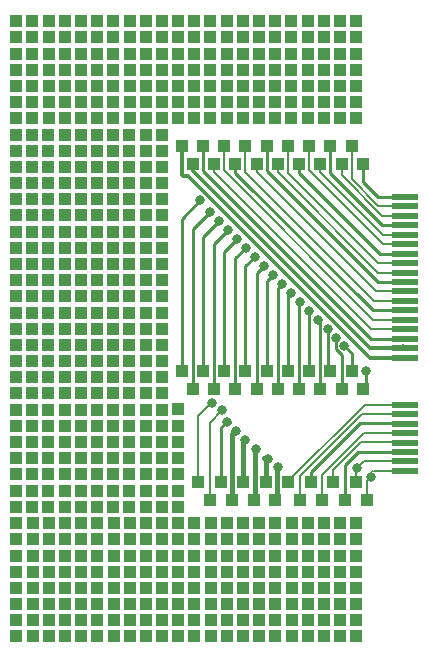
<source format=gtl>
%TF.GenerationSoftware,KiCad,Pcbnew,8.0.4*%
%TF.CreationDate,2025-03-13T20:47:44+01:00*%
%TF.ProjectId,uconsole-expansion-card-template_1.27,75636f6e-736f-46c6-952d-657870616e73,0.1*%
%TF.SameCoordinates,Original*%
%TF.FileFunction,Copper,L1,Top*%
%TF.FilePolarity,Positive*%
%FSLAX46Y46*%
G04 Gerber Fmt 4.6, Leading zero omitted, Abs format (unit mm)*
G04 Created by KiCad (PCBNEW 8.0.4) date 2025-03-13 20:47:44*
%MOMM*%
%LPD*%
G01*
G04 APERTURE LIST*
%TA.AperFunction,ComponentPad*%
%ADD10R,1.000000X1.000000*%
%TD*%
%TA.AperFunction,SMDPad,CuDef*%
%ADD11R,1.000000X1.000000*%
%TD*%
%TA.AperFunction,ConnectorPad*%
%ADD12R,2.300000X0.600000*%
%TD*%
%TA.AperFunction,ViaPad*%
%ADD13C,0.800000*%
%TD*%
%TA.AperFunction,Conductor*%
%ADD14C,0.200000*%
%TD*%
%TA.AperFunction,Conductor*%
%ADD15C,0.420000*%
%TD*%
%TA.AperFunction,Conductor*%
%ADD16C,0.250000*%
%TD*%
%TA.AperFunction,Conductor*%
%ADD17C,0.300000*%
%TD*%
G04 APERTURE END LIST*
D10*
%TO.P,,1*%
%TO.N,N/C*%
X111017000Y-73711000D03*
%TD*%
%TO.P,,1*%
%TO.N,N/C*%
X86357000Y-81931000D03*
%TD*%
%TO.P,,1*%
%TO.N,N/C*%
X93190000Y-90150000D03*
%TD*%
%TO.P,,1*%
%TO.N,N/C*%
X94590000Y-118940000D03*
%TD*%
%TO.P,,1*%
%TO.N,N/C*%
X93190000Y-114810000D03*
%TD*%
%TO.P,,1*%
%TO.N,N/C*%
X95930000Y-97000000D03*
%TD*%
%TO.P,,1*%
%TO.N,N/C*%
X94590000Y-116200000D03*
%TD*%
%TO.P,,1*%
%TO.N,N/C*%
X104167000Y-80561000D03*
%TD*%
%TO.P,,1*%
%TO.N,N/C*%
X90480000Y-121680000D03*
%TD*%
%TO.P,,1*%
%TO.N,N/C*%
X90450000Y-114810000D03*
%TD*%
%TO.P,,1*%
%TO.N,N/C*%
X83630000Y-117570000D03*
%TD*%
%TO.P,,1*%
%TO.N,N/C*%
X84970000Y-97000000D03*
%TD*%
%TO.P,,1*%
%TO.N,N/C*%
X94590000Y-117570000D03*
%TD*%
%TO.P,,1*%
%TO.N,N/C*%
X98700000Y-125790000D03*
%TD*%
%TO.P,,1*%
%TO.N,N/C*%
X94560000Y-99740000D03*
%TD*%
%TO.P,,1*%
%TO.N,N/C*%
X109647000Y-73711000D03*
%TD*%
D11*
%TO.P,,1*%
%TO.N,/SPEAKER_LP*%
X113335000Y-114224000D03*
%TD*%
D10*
%TO.P,,1*%
%TO.N,N/C*%
X91850000Y-120310000D03*
%TD*%
%TO.P,,1*%
%TO.N,N/C*%
X84987000Y-75081000D03*
%TD*%
%TO.P,,1*%
%TO.N,N/C*%
X84970000Y-113440000D03*
%TD*%
%TO.P,,1*%
%TO.N,N/C*%
X101440000Y-117570000D03*
%TD*%
%TO.P,,1*%
%TO.N,N/C*%
X105537000Y-73711000D03*
%TD*%
%TO.P,,1*%
%TO.N,N/C*%
X83600000Y-97000000D03*
%TD*%
%TO.P,,1*%
%TO.N,N/C*%
X87727000Y-73711000D03*
%TD*%
%TO.P,,1*%
%TO.N,N/C*%
X84970000Y-114810000D03*
%TD*%
%TO.P,,1*%
%TO.N,N/C*%
X89080000Y-99740000D03*
%TD*%
%TO.P,,1*%
%TO.N,N/C*%
X93190000Y-88780000D03*
%TD*%
%TO.P,,1*%
%TO.N,N/C*%
X100070000Y-118940000D03*
%TD*%
%TO.P,,1*%
%TO.N,N/C*%
X90467000Y-75081000D03*
%TD*%
%TO.P,,1*%
%TO.N,N/C*%
X104180000Y-124420000D03*
%TD*%
%TO.P,,1*%
%TO.N,N/C*%
X108277000Y-76451000D03*
%TD*%
%TO.P,,1*%
%TO.N,N/C*%
X100057000Y-73711000D03*
%TD*%
D11*
%TO.P,,1*%
%TO.N,/SPEAKER_RP*%
X100000000Y-114224000D03*
%TD*%
%TO.P,,1*%
%TO.N,+3V3*%
X97604000Y-84252000D03*
%TD*%
D10*
%TO.P,,1*%
%TO.N,N/C*%
X94560000Y-101110000D03*
%TD*%
%TO.P,,1*%
%TO.N,N/C*%
X83617000Y-75081000D03*
%TD*%
%TO.P,,1*%
%TO.N,N/C*%
X94560000Y-90150000D03*
%TD*%
%TO.P,,1*%
%TO.N,N/C*%
X89110000Y-121680000D03*
%TD*%
%TO.P,,1*%
%TO.N,N/C*%
X91820000Y-95630000D03*
%TD*%
%TO.P,,1*%
%TO.N,N/C*%
X105537000Y-79191000D03*
%TD*%
%TO.P,,1*%
%TO.N,N/C*%
X91820000Y-102480000D03*
%TD*%
%TO.P,,1*%
%TO.N,N/C*%
X87710000Y-97000000D03*
%TD*%
%TO.P,,1*%
%TO.N,N/C*%
X105550000Y-118940000D03*
%TD*%
%TO.P,,1*%
%TO.N,N/C*%
X90450000Y-84670000D03*
%TD*%
%TO.P,,1*%
%TO.N,N/C*%
X102810000Y-120310000D03*
%TD*%
%TO.P,,1*%
%TO.N,N/C*%
X86370000Y-120310000D03*
%TD*%
%TO.P,,1*%
%TO.N,N/C*%
X104167000Y-81931000D03*
%TD*%
%TO.P,,1*%
%TO.N,N/C*%
X83600000Y-98370000D03*
%TD*%
D11*
%TO.P,,1*%
%TO.N,/GPIO44*%
X98554000Y-104826000D03*
%TD*%
D10*
%TO.P,,1*%
%TO.N,N/C*%
X112387000Y-80561000D03*
%TD*%
%TO.P,,1*%
%TO.N,N/C*%
X91837000Y-76451000D03*
%TD*%
%TO.P,,1*%
%TO.N,N/C*%
X84970000Y-102480000D03*
%TD*%
%TO.P,,1*%
%TO.N,N/C*%
X87740000Y-125790000D03*
%TD*%
%TO.P,,1*%
%TO.N,N/C*%
X94560000Y-105220000D03*
%TD*%
%TO.P,,1*%
%TO.N,N/C*%
X86340000Y-95630000D03*
%TD*%
%TO.P,,1*%
%TO.N,N/C*%
X93207000Y-79191000D03*
%TD*%
%TO.P,,1*%
%TO.N,N/C*%
X91837000Y-75081000D03*
%TD*%
%TO.P,,1*%
%TO.N,N/C*%
X105537000Y-77821000D03*
%TD*%
%TO.P,,1*%
%TO.N,N/C*%
X112387000Y-73711000D03*
%TD*%
%TO.P,,1*%
%TO.N,N/C*%
X83600000Y-109330000D03*
%TD*%
%TO.P,,1*%
%TO.N,N/C*%
X86340000Y-83300000D03*
%TD*%
%TO.P,,1*%
%TO.N,N/C*%
X86370000Y-117570000D03*
%TD*%
%TO.P,,1*%
%TO.N,N/C*%
X90467000Y-81931000D03*
%TD*%
%TO.P,,1*%
%TO.N,N/C*%
X83600000Y-106590000D03*
%TD*%
%TO.P,,1*%
%TO.N,N/C*%
X91820000Y-107960000D03*
%TD*%
%TO.P,,1*%
%TO.N,N/C*%
X91820000Y-114810000D03*
%TD*%
D11*
%TO.P,7,1*%
%TO.N,/GPIO31*%
X110204000Y-103302000D03*
%TD*%
D10*
%TO.P,,1*%
%TO.N,N/C*%
X93190000Y-110700000D03*
%TD*%
%TO.P,,1*%
%TO.N,N/C*%
X89097000Y-73711000D03*
%TD*%
%TO.P,,1*%
%TO.N,N/C*%
X93190000Y-107960000D03*
%TD*%
%TO.P,,1*%
%TO.N,N/C*%
X91820000Y-113440000D03*
%TD*%
%TO.P,,1*%
%TO.N,N/C*%
X104180000Y-121680000D03*
%TD*%
%TO.P,,1*%
%TO.N,N/C*%
X101440000Y-120310000D03*
%TD*%
%TO.P,,1*%
%TO.N,N/C*%
X112400000Y-125790000D03*
%TD*%
%TO.P,,1*%
%TO.N,N/C*%
X89080000Y-84670000D03*
%TD*%
%TO.P,,1*%
%TO.N,N/C*%
X86340000Y-110700000D03*
%TD*%
%TO.P,,1*%
%TO.N,N/C*%
X83600000Y-95630000D03*
%TD*%
%TO.P,,1*%
%TO.N,N/C*%
X89097000Y-75081000D03*
%TD*%
%TO.P,,1*%
%TO.N,N/C*%
X87710000Y-103850000D03*
%TD*%
%TO.P,,1*%
%TO.N,N/C*%
X108290000Y-117570000D03*
%TD*%
%TO.P,,1*%
%TO.N,N/C*%
X104167000Y-79191000D03*
%TD*%
%TO.P,,1*%
%TO.N,N/C*%
X95930000Y-103850000D03*
%TD*%
%TO.P,,1*%
%TO.N,N/C*%
X109660000Y-118940000D03*
%TD*%
%TO.P,,1*%
%TO.N,N/C*%
X94560000Y-112070000D03*
%TD*%
%TO.P,,1*%
%TO.N,N/C*%
X83630000Y-120310000D03*
%TD*%
%TO.P,,1*%
%TO.N,N/C*%
X95960000Y-124420000D03*
%TD*%
%TO.P,,1*%
%TO.N,N/C*%
X109647000Y-81931000D03*
%TD*%
D11*
%TO.P,1,1*%
%TO.N,/GPIO42*%
X100354000Y-104826000D03*
%TD*%
D10*
%TO.P,,1*%
%TO.N,N/C*%
X111030000Y-116200000D03*
%TD*%
%TO.P,,1*%
%TO.N,N/C*%
X84987000Y-73711000D03*
%TD*%
%TO.P,,1*%
%TO.N,N/C*%
X90480000Y-120310000D03*
%TD*%
D11*
%TO.P,3,1*%
%TO.N,/GPIO38*%
X103954000Y-104826000D03*
%TD*%
%TO.P,7,1*%
%TO.N,/CAM1_DP0*%
X111154000Y-85776000D03*
%TD*%
D10*
%TO.P,,1*%
%TO.N,N/C*%
X91820000Y-103850000D03*
%TD*%
D11*
%TO.P,,1*%
%TO.N,/SPEAKER_RN*%
X99011000Y-112678000D03*
%TD*%
D10*
%TO.P,,1*%
%TO.N,N/C*%
X106907000Y-79191000D03*
%TD*%
%TO.P,,1*%
%TO.N,N/C*%
X87727000Y-75081000D03*
%TD*%
D11*
%TO.P,8,1*%
%TO.N,/GPIO29*%
X112004000Y-103302000D03*
%TD*%
D10*
%TO.P,,1*%
%TO.N,N/C*%
X95930000Y-99740000D03*
%TD*%
%TO.P,,1*%
%TO.N,N/C*%
X93190000Y-106590000D03*
%TD*%
%TO.P,,1*%
%TO.N,N/C*%
X89110000Y-117570000D03*
%TD*%
%TO.P,,1*%
%TO.N,N/C*%
X84970000Y-94260000D03*
%TD*%
D11*
%TO.P,3,1*%
%TO.N,/CAM1_DP2*%
X103004000Y-84252000D03*
%TD*%
D10*
%TO.P,,1*%
%TO.N,N/C*%
X87710000Y-87410000D03*
%TD*%
%TO.P,,1*%
%TO.N,N/C*%
X89097000Y-77821000D03*
%TD*%
D11*
%TO.P,,1*%
%TO.N,+5V*%
X101905000Y-114224000D03*
%TD*%
D10*
%TO.P,,1*%
%TO.N,N/C*%
X94577000Y-80561000D03*
%TD*%
D11*
%TO.P,,1*%
%TO.N,+5V*%
X103705000Y-114224000D03*
%TD*%
D10*
%TO.P,,1*%
%TO.N,N/C*%
X87710000Y-107960000D03*
%TD*%
%TO.P,,1*%
%TO.N,N/C*%
X83600000Y-107960000D03*
%TD*%
%TO.P,,1*%
%TO.N,N/C*%
X89110000Y-123050000D03*
%TD*%
%TO.P,,1*%
%TO.N,N/C*%
X95930000Y-109330000D03*
%TD*%
%TO.P,,1*%
%TO.N,N/C*%
X93190000Y-102480000D03*
%TD*%
%TO.P,,1*%
%TO.N,N/C*%
X94560000Y-113440000D03*
%TD*%
%TO.P,,1*%
%TO.N,N/C*%
X90450000Y-106590000D03*
%TD*%
D11*
%TO.P,,1*%
%TO.N,/USB3_D+*%
X110441000Y-112678000D03*
%TD*%
%TO.P,1,1*%
%TO.N,/CAM1_DP3*%
X100354000Y-85776000D03*
%TD*%
D10*
%TO.P,,1*%
%TO.N,N/C*%
X98700000Y-117570000D03*
%TD*%
%TO.P,,1*%
%TO.N,N/C*%
X95930000Y-95630000D03*
%TD*%
D11*
%TO.P,,1*%
%TO.N,GND*%
X108536000Y-112678000D03*
%TD*%
D10*
%TO.P,,1*%
%TO.N,N/C*%
X90450000Y-83300000D03*
%TD*%
%TO.P,,1*%
%TO.N,N/C*%
X112400000Y-124420000D03*
%TD*%
%TO.P,,1*%
%TO.N,N/C*%
X83630000Y-121680000D03*
%TD*%
D11*
%TO.P,4,1*%
%TO.N,/GPIO36*%
X105754000Y-104826000D03*
%TD*%
D10*
%TO.P,,1*%
%TO.N,N/C*%
X87710000Y-99740000D03*
%TD*%
%TO.P,,1*%
%TO.N,N/C*%
X84970000Y-92890000D03*
%TD*%
%TO.P,,1*%
%TO.N,N/C*%
X86340000Y-87410000D03*
%TD*%
D11*
%TO.P,5,1*%
%TO.N,/CAM1_CN*%
X106604000Y-84252000D03*
%TD*%
D10*
%TO.P,,1*%
%TO.N,N/C*%
X101427000Y-79191000D03*
%TD*%
%TO.P,,1*%
%TO.N,N/C*%
X94560000Y-87410000D03*
%TD*%
%TO.P,,1*%
%TO.N,N/C*%
X93190000Y-97000000D03*
%TD*%
%TO.P,,1*%
%TO.N,N/C*%
X93220000Y-116200000D03*
%TD*%
%TO.P,,1*%
%TO.N,N/C*%
X95930000Y-84670000D03*
%TD*%
%TO.P,,1*%
%TO.N,N/C*%
X83600000Y-83300000D03*
%TD*%
%TO.P,,1*%
%TO.N,N/C*%
X111017000Y-79191000D03*
%TD*%
%TO.P,,1*%
%TO.N,N/C*%
X98687000Y-75081000D03*
%TD*%
%TO.P,12,1*%
%TO.N,N/C*%
X97330000Y-110698200D03*
%TD*%
%TO.P,,1*%
%TO.N,N/C*%
X86340000Y-97000000D03*
%TD*%
D11*
%TO.P,5,1*%
%TO.N,GND*%
X107554000Y-85776000D03*
%TD*%
D10*
%TO.P,,1*%
%TO.N,N/C*%
X86340000Y-92890000D03*
%TD*%
%TO.P,,1*%
%TO.N,N/C*%
X91820000Y-98370000D03*
%TD*%
%TO.P,,1*%
%TO.N,N/C*%
X93190000Y-113440000D03*
%TD*%
%TO.P,,1*%
%TO.N,N/C*%
X91820000Y-88780000D03*
%TD*%
%TO.P,,1*%
%TO.N,N/C*%
X94560000Y-107960000D03*
%TD*%
%TO.P,,1*%
%TO.N,N/C*%
X100070000Y-125790000D03*
%TD*%
%TO.P,,1*%
%TO.N,N/C*%
X90450000Y-103850000D03*
%TD*%
%TO.P,,1*%
%TO.N,N/C*%
X87727000Y-76451000D03*
%TD*%
%TO.P,,1*%
%TO.N,N/C*%
X91820000Y-87410000D03*
%TD*%
%TO.P,,1*%
%TO.N,N/C*%
X83630000Y-118940000D03*
%TD*%
%TO.P,,1*%
%TO.N,N/C*%
X94560000Y-91520000D03*
%TD*%
%TO.P,,1*%
%TO.N,N/C*%
X109660000Y-125790000D03*
%TD*%
%TO.P,,1*%
%TO.N,N/C*%
X87710000Y-102480000D03*
%TD*%
%TO.P,,1*%
%TO.N,N/C*%
X100057000Y-80561000D03*
%TD*%
%TO.P,,1*%
%TO.N,N/C*%
X87727000Y-80561000D03*
%TD*%
%TO.P,,1*%
%TO.N,N/C*%
X111030000Y-120310000D03*
%TD*%
%TO.P,,1*%
%TO.N,N/C*%
X84970000Y-106590000D03*
%TD*%
%TO.P,,1*%
%TO.N,N/C*%
X87710000Y-83300000D03*
%TD*%
%TO.P,,1*%
%TO.N,N/C*%
X84987000Y-79191000D03*
%TD*%
%TO.P,,1*%
%TO.N,N/C*%
X95930000Y-110700000D03*
%TD*%
%TO.P,,1*%
%TO.N,N/C*%
X112387000Y-79191000D03*
%TD*%
%TO.P,,1*%
%TO.N,N/C*%
X89080000Y-92890000D03*
%TD*%
%TO.P,,1*%
%TO.N,N/C*%
X106920000Y-120310000D03*
%TD*%
%TO.P,,1*%
%TO.N,N/C*%
X94577000Y-81931000D03*
%TD*%
%TO.P,,1*%
%TO.N,N/C*%
X93190000Y-105220000D03*
%TD*%
%TO.P,,1*%
%TO.N,N/C*%
X86370000Y-116200000D03*
%TD*%
%TO.P,,1*%
%TO.N,N/C*%
X83600000Y-99740000D03*
%TD*%
%TO.P,,1*%
%TO.N,N/C*%
X87710000Y-92890000D03*
%TD*%
D11*
%TO.P,,1*%
%TO.N,GND*%
X100916000Y-112678000D03*
%TD*%
D10*
%TO.P,,1*%
%TO.N,N/C*%
X90467000Y-77821000D03*
%TD*%
%TO.P,,1*%
%TO.N,N/C*%
X84970000Y-83300000D03*
%TD*%
%TO.P,,1*%
%TO.N,N/C*%
X108290000Y-123050000D03*
%TD*%
%TO.P,,1*%
%TO.N,N/C*%
X93190000Y-91520000D03*
%TD*%
%TO.P,,1*%
%TO.N,N/C*%
X102797000Y-76451000D03*
%TD*%
%TO.P,,1*%
%TO.N,N/C*%
X104180000Y-120310000D03*
%TD*%
%TO.P,,1*%
%TO.N,N/C*%
X86340000Y-109330000D03*
%TD*%
D11*
%TO.P,,1*%
%TO.N,/USB4_D+*%
X107620000Y-114224000D03*
%TD*%
%TO.P,7,1*%
%TO.N,/GPIO30*%
X111154000Y-104826000D03*
%TD*%
D10*
%TO.P,,1*%
%TO.N,N/C*%
X83600000Y-84670000D03*
%TD*%
%TO.P,,1*%
%TO.N,N/C*%
X112387000Y-76451000D03*
%TD*%
%TO.P,,1*%
%TO.N,N/C*%
X83600000Y-87410000D03*
%TD*%
%TO.P,,1*%
%TO.N,N/C*%
X109647000Y-79191000D03*
%TD*%
%TO.P,,1*%
%TO.N,N/C*%
X94590000Y-124420000D03*
%TD*%
D11*
%TO.P,,1*%
%TO.N,+5V*%
X105505000Y-114224000D03*
%TD*%
D10*
%TO.P,,1*%
%TO.N,N/C*%
X101440000Y-116200000D03*
%TD*%
%TO.P,,1*%
%TO.N,N/C*%
X86340000Y-101110000D03*
%TD*%
%TO.P,,1*%
%TO.N,N/C*%
X104167000Y-76451000D03*
%TD*%
%TO.P,,1*%
%TO.N,N/C*%
X90450000Y-99740000D03*
%TD*%
%TO.P,,1*%
%TO.N,N/C*%
X106920000Y-123050000D03*
%TD*%
%TO.P,,1*%
%TO.N,N/C*%
X105550000Y-117570000D03*
%TD*%
%TO.P,,1*%
%TO.N,N/C*%
X95947000Y-76451000D03*
%TD*%
%TO.P,,1*%
%TO.N,N/C*%
X84970000Y-103850000D03*
%TD*%
%TO.P,,1*%
%TO.N,N/C*%
X90450000Y-112070000D03*
%TD*%
%TO.P,,1*%
%TO.N,N/C*%
X97317000Y-80561000D03*
%TD*%
%TO.P,,1*%
%TO.N,N/C*%
X91850000Y-118940000D03*
%TD*%
%TO.P,,1*%
%TO.N,N/C*%
X91837000Y-73711000D03*
%TD*%
D11*
%TO.P,2,1*%
%TO.N,/GPIO41*%
X101204000Y-103302000D03*
%TD*%
D10*
%TO.P,,1*%
%TO.N,N/C*%
X84987000Y-81931000D03*
%TD*%
%TO.P,,1*%
%TO.N,N/C*%
X102810000Y-125790000D03*
%TD*%
%TO.P,,1*%
%TO.N,N/C*%
X104180000Y-118940000D03*
%TD*%
%TO.P,,1*%
%TO.N,N/C*%
X93207000Y-80561000D03*
%TD*%
%TO.P,,1*%
%TO.N,N/C*%
X101427000Y-80561000D03*
%TD*%
%TO.P,,1*%
%TO.N,N/C*%
X101427000Y-77821000D03*
%TD*%
%TO.P,,1*%
%TO.N,N/C*%
X104180000Y-123050000D03*
%TD*%
%TO.P,,1*%
%TO.N,N/C*%
X86340000Y-94260000D03*
%TD*%
%TO.P,,1*%
%TO.N,N/C*%
X112400000Y-118940000D03*
%TD*%
%TO.P,,1*%
%TO.N,N/C*%
X94560000Y-106590000D03*
%TD*%
%TO.P,,1*%
%TO.N,N/C*%
X84987000Y-80561000D03*
%TD*%
%TO.P,,1*%
%TO.N,N/C*%
X111017000Y-80561000D03*
%TD*%
%TO.P,,1*%
%TO.N,N/C*%
X90480000Y-117570000D03*
%TD*%
%TO.P,,1*%
%TO.N,N/C*%
X87740000Y-117570000D03*
%TD*%
%TO.P,,1*%
%TO.N,N/C*%
X94560000Y-94260000D03*
%TD*%
%TO.P,,1*%
%TO.N,N/C*%
X106907000Y-75081000D03*
%TD*%
%TO.P,,1*%
%TO.N,N/C*%
X100057000Y-79191000D03*
%TD*%
%TO.P,,1*%
%TO.N,N/C*%
X94577000Y-75081000D03*
%TD*%
%TO.P,,1*%
%TO.N,N/C*%
X90450000Y-94260000D03*
%TD*%
%TO.P,,1*%
%TO.N,N/C*%
X105537000Y-75081000D03*
%TD*%
%TO.P,,1*%
%TO.N,N/C*%
X93220000Y-123050000D03*
%TD*%
%TO.P,,1*%
%TO.N,N/C*%
X94577000Y-79191000D03*
%TD*%
%TO.P,,1*%
%TO.N,N/C*%
X87740000Y-124420000D03*
%TD*%
%TO.P,,1*%
%TO.N,N/C*%
X89080000Y-105220000D03*
%TD*%
D11*
%TO.P,8,1*%
%TO.N,/GPIO28*%
X112954000Y-104826000D03*
%TD*%
D10*
%TO.P,,1*%
%TO.N,N/C*%
X94590000Y-125790000D03*
%TD*%
%TO.P,,1*%
%TO.N,N/C*%
X105550000Y-125790000D03*
%TD*%
%TO.P,,1*%
%TO.N,N/C*%
X93220000Y-121680000D03*
%TD*%
%TO.P,,1*%
%TO.N,N/C*%
X95930000Y-113440000D03*
%TD*%
%TO.P,,1*%
%TO.N,N/C*%
X97317000Y-77821000D03*
%TD*%
%TO.P,,1*%
%TO.N,N/C*%
X83600000Y-103850000D03*
%TD*%
%TO.P,,1*%
%TO.N,N/C*%
X95930000Y-98370000D03*
%TD*%
D11*
%TO.P,,1*%
%TO.N,+5V*%
X104726000Y-112678000D03*
%TD*%
D10*
%TO.P,,1*%
%TO.N,N/C*%
X87710000Y-91520000D03*
%TD*%
%TO.P,,1*%
%TO.N,N/C*%
X90450000Y-91520000D03*
%TD*%
%TO.P,,1*%
%TO.N,N/C*%
X91820000Y-101110000D03*
%TD*%
D11*
%TO.P,8,1*%
%TO.N,/CAM1_DN0*%
X112004000Y-84252000D03*
%TD*%
D10*
%TO.P,,1*%
%TO.N,N/C*%
X100070000Y-123050000D03*
%TD*%
%TO.P,,1*%
%TO.N,N/C*%
X101440000Y-121680000D03*
%TD*%
%TO.P,,1*%
%TO.N,N/C*%
X85000000Y-123050000D03*
%TD*%
%TO.P,,1*%
%TO.N,N/C*%
X95930000Y-114810000D03*
%TD*%
%TO.P,,1*%
%TO.N,N/C*%
X98687000Y-80561000D03*
%TD*%
%TO.P,,1*%
%TO.N,N/C*%
X90450000Y-97000000D03*
%TD*%
%TO.P,,1*%
%TO.N,N/C*%
X95930000Y-102480000D03*
%TD*%
%TO.P,,1*%
%TO.N,N/C*%
X84970000Y-86040000D03*
%TD*%
%TO.P,,1*%
%TO.N,N/C*%
X106920000Y-121680000D03*
%TD*%
D11*
%TO.P,4,1*%
%TO.N,/CAM1_CP*%
X105754000Y-85776000D03*
%TD*%
D10*
%TO.P,10,1*%
%TO.N,N/C*%
X97330000Y-107958200D03*
%TD*%
%TO.P,,1*%
%TO.N,N/C*%
X108290000Y-125790000D03*
%TD*%
%TO.P,,1*%
%TO.N,N/C*%
X89080000Y-87410000D03*
%TD*%
%TO.P,,1*%
%TO.N,N/C*%
X93190000Y-98370000D03*
%TD*%
%TO.P,,1*%
%TO.N,N/C*%
X89110000Y-125790000D03*
%TD*%
%TO.P,,1*%
%TO.N,N/C*%
X89080000Y-103850000D03*
%TD*%
%TO.P,,1*%
%TO.N,N/C*%
X91820000Y-84670000D03*
%TD*%
%TO.P,,1*%
%TO.N,N/C*%
X91820000Y-105220000D03*
%TD*%
%TO.P,,1*%
%TO.N,N/C*%
X94590000Y-120310000D03*
%TD*%
%TO.P,,1*%
%TO.N,N/C*%
X83630000Y-123050000D03*
%TD*%
%TO.P,,1*%
%TO.N,N/C*%
X112400000Y-123050000D03*
%TD*%
%TO.P,,1*%
%TO.N,N/C*%
X106920000Y-117570000D03*
%TD*%
D11*
%TO.P,2,1*%
%TO.N,GND*%
X102154000Y-85776000D03*
%TD*%
D10*
%TO.P,,1*%
%TO.N,N/C*%
X89097000Y-79191000D03*
%TD*%
%TO.P,,1*%
%TO.N,N/C*%
X105537000Y-76451000D03*
%TD*%
D11*
%TO.P,6,1*%
%TO.N,/GPIO32*%
X109354000Y-104826000D03*
%TD*%
D10*
%TO.P,,1*%
%TO.N,N/C*%
X86340000Y-99740000D03*
%TD*%
%TO.P,,1*%
%TO.N,N/C*%
X97330000Y-120310000D03*
%TD*%
%TO.P,,1*%
%TO.N,N/C*%
X91820000Y-92890000D03*
%TD*%
%TO.P,,1*%
%TO.N,N/C*%
X106907000Y-81931000D03*
%TD*%
%TO.P,,1*%
%TO.N,N/C*%
X95930000Y-94260000D03*
%TD*%
%TO.P,,1*%
%TO.N,N/C*%
X108277000Y-79191000D03*
%TD*%
%TO.P,,1*%
%TO.N,N/C*%
X90467000Y-76451000D03*
%TD*%
%TO.P,,1*%
%TO.N,N/C*%
X86340000Y-105220000D03*
%TD*%
%TO.P,,1*%
%TO.N,N/C*%
X90450000Y-101110000D03*
%TD*%
%TO.P,,1*%
%TO.N,N/C*%
X102810000Y-124420000D03*
%TD*%
%TO.P,,1*%
%TO.N,N/C*%
X91820000Y-91520000D03*
%TD*%
%TO.P,,1*%
%TO.N,N/C*%
X91837000Y-79191000D03*
%TD*%
%TO.P,,1*%
%TO.N,N/C*%
X93190000Y-95630000D03*
%TD*%
%TO.P,,1*%
%TO.N,N/C*%
X97330000Y-117570000D03*
%TD*%
%TO.P,,1*%
%TO.N,N/C*%
X90450000Y-110700000D03*
%TD*%
%TO.P,,1*%
%TO.N,N/C*%
X84970000Y-110700000D03*
%TD*%
%TO.P,,1*%
%TO.N,N/C*%
X89110000Y-116200000D03*
%TD*%
%TO.P,,1*%
%TO.N,N/C*%
X91837000Y-77821000D03*
%TD*%
%TO.P,,1*%
%TO.N,N/C*%
X86340000Y-88780000D03*
%TD*%
%TO.P,,1*%
%TO.N,N/C*%
X97330000Y-124420000D03*
%TD*%
%TO.P,,1*%
%TO.N,N/C*%
X89080000Y-83300000D03*
%TD*%
%TO.P,,1*%
%TO.N,N/C*%
X94560000Y-109330000D03*
%TD*%
%TO.P,,1*%
%TO.N,N/C*%
X91850000Y-117570000D03*
%TD*%
%TO.P,,1*%
%TO.N,N/C*%
X108290000Y-116200000D03*
%TD*%
%TO.P,,1*%
%TO.N,N/C*%
X108277000Y-77821000D03*
%TD*%
%TO.P,,1*%
%TO.N,N/C*%
X97330000Y-125790000D03*
%TD*%
%TO.P,,1*%
%TO.N,N/C*%
X95960000Y-123050000D03*
%TD*%
%TO.P,,1*%
%TO.N,N/C*%
X109647000Y-80561000D03*
%TD*%
%TO.P,14,1*%
%TO.N,N/C*%
X97330000Y-113438200D03*
%TD*%
%TO.P,,1*%
%TO.N,N/C*%
X87727000Y-81931000D03*
%TD*%
D11*
%TO.P,,1*%
%TO.N,/GPIO45*%
X97604000Y-103302000D03*
%TD*%
D10*
%TO.P,,1*%
%TO.N,N/C*%
X90467000Y-73711000D03*
%TD*%
%TO.P,,1*%
%TO.N,N/C*%
X95960000Y-118940000D03*
%TD*%
%TO.P,,1*%
%TO.N,N/C*%
X94560000Y-98370000D03*
%TD*%
%TO.P,,1*%
%TO.N,N/C*%
X93207000Y-77821000D03*
%TD*%
%TO.P,,1*%
%TO.N,N/C*%
X100057000Y-76451000D03*
%TD*%
%TO.P,,1*%
%TO.N,N/C*%
X90480000Y-124420000D03*
%TD*%
%TO.P,,1*%
%TO.N,N/C*%
X111017000Y-81931000D03*
%TD*%
%TO.P,,1*%
%TO.N,N/C*%
X112400000Y-121680000D03*
%TD*%
%TO.P,,1*%
%TO.N,N/C*%
X97317000Y-73711000D03*
%TD*%
%TO.P,,1*%
%TO.N,N/C*%
X83600000Y-113440000D03*
%TD*%
%TO.P,,1*%
%TO.N,N/C*%
X109647000Y-77821000D03*
%TD*%
%TO.P,,1*%
%TO.N,N/C*%
X87740000Y-120310000D03*
%TD*%
%TO.P,,1*%
%TO.N,N/C*%
X89080000Y-94260000D03*
%TD*%
%TO.P,,1*%
%TO.N,N/C*%
X87740000Y-116200000D03*
%TD*%
%TO.P,,1*%
%TO.N,N/C*%
X97330000Y-123050000D03*
%TD*%
%TO.P,,1*%
%TO.N,N/C*%
X104167000Y-73711000D03*
%TD*%
%TO.P,,1*%
%TO.N,N/C*%
X112400000Y-116200000D03*
%TD*%
%TO.P,,1*%
%TO.N,N/C*%
X112400000Y-117570000D03*
%TD*%
%TO.P,,1*%
%TO.N,N/C*%
X91820000Y-109330000D03*
%TD*%
%TO.P,,1*%
%TO.N,N/C*%
X111017000Y-76451000D03*
%TD*%
%TO.P,,1*%
%TO.N,N/C*%
X106907000Y-73711000D03*
%TD*%
%TO.P,,1*%
%TO.N,N/C*%
X93190000Y-109330000D03*
%TD*%
%TO.P,,1*%
%TO.N,N/C*%
X86340000Y-98370000D03*
%TD*%
D11*
%TO.P,,1*%
%TO.N,+3V3*%
X98554000Y-85776000D03*
%TD*%
D10*
%TO.P,,1*%
%TO.N,N/C*%
X94560000Y-83300000D03*
%TD*%
%TO.P,,1*%
%TO.N,N/C*%
X109660000Y-124420000D03*
%TD*%
%TO.P,,1*%
%TO.N,N/C*%
X90450000Y-86040000D03*
%TD*%
%TO.P,,1*%
%TO.N,N/C*%
X91820000Y-86040000D03*
%TD*%
%TO.P,,1*%
%TO.N,N/C*%
X109660000Y-117570000D03*
%TD*%
%TO.P,,1*%
%TO.N,N/C*%
X87710000Y-84670000D03*
%TD*%
%TO.P,,1*%
%TO.N,N/C*%
X95930000Y-101110000D03*
%TD*%
%TO.P,,1*%
%TO.N,N/C*%
X89080000Y-91520000D03*
%TD*%
%TO.P,,1*%
%TO.N,N/C*%
X94560000Y-95630000D03*
%TD*%
%TO.P,,1*%
%TO.N,N/C*%
X111017000Y-77821000D03*
%TD*%
%TO.P,,1*%
%TO.N,N/C*%
X91837000Y-81931000D03*
%TD*%
D11*
%TO.P,,1*%
%TO.N,/USB4_D-*%
X106631000Y-112678000D03*
%TD*%
D10*
%TO.P,,1*%
%TO.N,N/C*%
X95930000Y-112070000D03*
%TD*%
%TO.P,,1*%
%TO.N,N/C*%
X86357000Y-79191000D03*
%TD*%
%TO.P,,1*%
%TO.N,N/C*%
X83617000Y-73711000D03*
%TD*%
%TO.P,,1*%
%TO.N,N/C*%
X102797000Y-81931000D03*
%TD*%
%TO.P,,1*%
%TO.N,N/C*%
X95930000Y-91520000D03*
%TD*%
%TO.P,,1*%
%TO.N,N/C*%
X93220000Y-120310000D03*
%TD*%
%TO.P,,1*%
%TO.N,N/C*%
X87710000Y-112070000D03*
%TD*%
%TO.P,,1*%
%TO.N,N/C*%
X87727000Y-77821000D03*
%TD*%
%TO.P,,1*%
%TO.N,N/C*%
X95930000Y-105220000D03*
%TD*%
%TO.P,,1*%
%TO.N,N/C*%
X102810000Y-117570000D03*
%TD*%
%TO.P,,1*%
%TO.N,N/C*%
X105550000Y-121680000D03*
%TD*%
%TO.P,,1*%
%TO.N,N/C*%
X102797000Y-80561000D03*
%TD*%
%TO.P,,1*%
%TO.N,N/C*%
X86340000Y-84670000D03*
%TD*%
%TO.P,,1*%
%TO.N,N/C*%
X83617000Y-79191000D03*
%TD*%
%TO.P,13,1*%
%TO.N,N/C*%
X97330000Y-112068200D03*
%TD*%
%TO.P,,1*%
%TO.N,N/C*%
X89097000Y-81931000D03*
%TD*%
%TO.P,,1*%
%TO.N,N/C*%
X94560000Y-114810000D03*
%TD*%
%TO.P,,1*%
%TO.N,N/C*%
X111017000Y-75081000D03*
%TD*%
%TO.P,,1*%
%TO.N,N/C*%
X95960000Y-120310000D03*
%TD*%
%TO.P,,1*%
%TO.N,N/C*%
X83600000Y-88780000D03*
%TD*%
D11*
%TO.P,,1*%
%TO.N,/USB3_D-*%
X109525000Y-114224000D03*
%TD*%
D10*
%TO.P,,1*%
%TO.N,N/C*%
X83600000Y-90150000D03*
%TD*%
%TO.P,,1*%
%TO.N,N/C*%
X90480000Y-125790000D03*
%TD*%
%TO.P,,1*%
%TO.N,N/C*%
X93207000Y-76451000D03*
%TD*%
%TO.P,,1*%
%TO.N,N/C*%
X98700000Y-118940000D03*
%TD*%
%TO.P,,1*%
%TO.N,N/C*%
X94590000Y-123050000D03*
%TD*%
D11*
%TO.P,3,1*%
%TO.N,/GPIO39*%
X103004000Y-103302000D03*
%TD*%
D10*
%TO.P,,1*%
%TO.N,N/C*%
X86340000Y-112070000D03*
%TD*%
%TO.P,,1*%
%TO.N,N/C*%
X83617000Y-81931000D03*
%TD*%
%TO.P,,1*%
%TO.N,N/C*%
X85000000Y-117570000D03*
%TD*%
%TO.P,,1*%
%TO.N,N/C*%
X85000000Y-124420000D03*
%TD*%
%TO.P,,1*%
%TO.N,N/C*%
X83600000Y-102480000D03*
%TD*%
%TO.P,,1*%
%TO.N,N/C*%
X89080000Y-107960000D03*
%TD*%
%TO.P,,1*%
%TO.N,N/C*%
X83600000Y-86040000D03*
%TD*%
%TO.P,,1*%
%TO.N,N/C*%
X95947000Y-73711000D03*
%TD*%
%TO.P,,1*%
%TO.N,N/C*%
X89080000Y-109330000D03*
%TD*%
D11*
%TO.P,4,1*%
%TO.N,/GPIO37*%
X104804000Y-103302000D03*
%TD*%
D10*
%TO.P,,1*%
%TO.N,N/C*%
X98700000Y-116200000D03*
%TD*%
%TO.P,,1*%
%TO.N,N/C*%
X94577000Y-77821000D03*
%TD*%
%TO.P,,1*%
%TO.N,N/C*%
X89080000Y-112070000D03*
%TD*%
%TO.P,,1*%
%TO.N,N/C*%
X89110000Y-120310000D03*
%TD*%
%TO.P,,1*%
%TO.N,N/C*%
X84987000Y-76451000D03*
%TD*%
%TO.P,,1*%
%TO.N,N/C*%
X95930000Y-106590000D03*
%TD*%
%TO.P,,1*%
%TO.N,N/C*%
X85000000Y-116200000D03*
%TD*%
%TO.P,,1*%
%TO.N,N/C*%
X86340000Y-106590000D03*
%TD*%
%TO.P,,1*%
%TO.N,N/C*%
X100070000Y-117570000D03*
%TD*%
%TO.P,,1*%
%TO.N,N/C*%
X84970000Y-87410000D03*
%TD*%
%TO.P,,1*%
%TO.N,N/C*%
X91820000Y-97000000D03*
%TD*%
%TO.P,,1*%
%TO.N,N/C*%
X93207000Y-73711000D03*
%TD*%
%TO.P,,1*%
%TO.N,N/C*%
X86340000Y-86040000D03*
%TD*%
%TO.P,,1*%
%TO.N,N/C*%
X97317000Y-75081000D03*
%TD*%
%TO.P,,1*%
%TO.N,N/C*%
X87710000Y-86040000D03*
%TD*%
%TO.P,,1*%
%TO.N,N/C*%
X86340000Y-91520000D03*
%TD*%
%TO.P,,1*%
%TO.N,N/C*%
X95960000Y-121680000D03*
%TD*%
%TO.P,,1*%
%TO.N,N/C*%
X108277000Y-73711000D03*
%TD*%
%TO.P,,1*%
%TO.N,N/C*%
X106920000Y-118940000D03*
%TD*%
%TO.P,,1*%
%TO.N,N/C*%
X90450000Y-113440000D03*
%TD*%
%TO.P,,1*%
%TO.N,N/C*%
X93190000Y-103850000D03*
%TD*%
%TO.P,,1*%
%TO.N,N/C*%
X90450000Y-105220000D03*
%TD*%
%TO.P,,1*%
%TO.N,N/C*%
X89080000Y-95630000D03*
%TD*%
%TO.P,,1*%
%TO.N,N/C*%
X90480000Y-116200000D03*
%TD*%
%TO.P,,1*%
%TO.N,N/C*%
X84970000Y-88780000D03*
%TD*%
%TO.P,,1*%
%TO.N,N/C*%
X108277000Y-75081000D03*
%TD*%
%TO.P,,1*%
%TO.N,N/C*%
X84970000Y-98370000D03*
%TD*%
%TO.P,,1*%
%TO.N,N/C*%
X100070000Y-124420000D03*
%TD*%
%TO.P,,1*%
%TO.N,N/C*%
X109660000Y-121680000D03*
%TD*%
%TO.P,,1*%
%TO.N,N/C*%
X93190000Y-101110000D03*
%TD*%
%TO.P,,1*%
%TO.N,N/C*%
X95947000Y-80561000D03*
%TD*%
%TO.P,,1*%
%TO.N,N/C*%
X93190000Y-86040000D03*
%TD*%
%TO.P,,1*%
%TO.N,N/C*%
X83617000Y-76451000D03*
%TD*%
%TO.P,,1*%
%TO.N,N/C*%
X105550000Y-124420000D03*
%TD*%
%TO.P,,1*%
%TO.N,N/C*%
X89080000Y-98370000D03*
%TD*%
%TO.P,,1*%
%TO.N,N/C*%
X93220000Y-124420000D03*
%TD*%
%TO.P,,1*%
%TO.N,N/C*%
X94560000Y-103850000D03*
%TD*%
%TO.P,,1*%
%TO.N,N/C*%
X84970000Y-99740000D03*
%TD*%
%TO.P,,1*%
%TO.N,N/C*%
X95960000Y-125790000D03*
%TD*%
%TO.P,,1*%
%TO.N,N/C*%
X95930000Y-87410000D03*
%TD*%
%TO.P,,1*%
%TO.N,N/C*%
X111030000Y-125790000D03*
%TD*%
%TO.P,,1*%
%TO.N,N/C*%
X100070000Y-121680000D03*
%TD*%
D12*
%TO.P,U1,1,SPK_LP*%
%TO.N,/SPEAKER_LP*%
X116485000Y-111780000D03*
%TO.P,U1,3,SPK_LN*%
%TO.N,/SPEAKER_LN*%
X116485000Y-110980000D03*
%TO.P,U1,5,GND*%
%TO.N,GND*%
X116485000Y-110180000D03*
%TO.P,U1,7,USB3_DP*%
%TO.N,/USB3_D+*%
X116485000Y-109380000D03*
%TO.P,U1,9,USB3_DM*%
%TO.N,/USB3_D-*%
X116485000Y-108580000D03*
%TO.P,U1,11,GND*%
%TO.N,GND*%
X116485000Y-107780000D03*
%TO.P,U1,13,USB4_DP*%
%TO.N,/USB4_D+*%
X116485000Y-106980000D03*
%TO.P,U1,15,USB4_DM*%
%TO.N,/USB4_D-*%
X116485000Y-106180000D03*
%TO.P,U1,17,3V3*%
%TO.N,+3V3*%
X116485000Y-102180000D03*
%TO.P,U1,19,3V3*%
X116485000Y-101380000D03*
%TO.P,U1,21,GND*%
%TO.N,GND*%
X116485000Y-100580000D03*
%TO.P,U1,23,CAM1_DP3*%
%TO.N,/CAM1_DP3*%
X116485000Y-99780000D03*
%TO.P,U1,25,CAM1_DN3*%
%TO.N,/CAM1_DN3*%
X116485000Y-98980000D03*
%TO.P,U1,27,GND*%
%TO.N,GND*%
X116485000Y-98180000D03*
%TO.P,U1,29,CAM1_DP2*%
%TO.N,/CAM1_DP2*%
X116485000Y-97380000D03*
%TO.P,U1,31,CAM1_DN2*%
%TO.N,/CAM1_DN2*%
X116485000Y-96580000D03*
%TO.P,U1,33,GND*%
%TO.N,GND*%
X116485000Y-95780000D03*
%TO.P,U1,35,CAM1_CP*%
%TO.N,/CAM1_CP*%
X116485000Y-94980000D03*
%TO.P,U1,37,CAM1_CN*%
%TO.N,/CAM1_CN*%
X116485000Y-94180000D03*
%TO.P,U1,39,GND*%
%TO.N,GND*%
X116485000Y-93380000D03*
%TO.P,U1,41,CAM1_DP1*%
%TO.N,/CAM1_DP1*%
X116485000Y-92580000D03*
%TO.P,U1,43,CAM1_DN1*%
%TO.N,/CAM1_DN1*%
X116485000Y-91780000D03*
%TO.P,U1,45,GND*%
%TO.N,GND*%
X116485000Y-90980000D03*
%TO.P,U1,47,CAM1_DP0*%
%TO.N,/CAM1_DP0*%
X116485000Y-90180000D03*
%TO.P,U1,49,CAM1_DN0*%
%TO.N,/CAM1_DN0*%
X116485000Y-89380000D03*
%TO.P,U1,51,GND*%
%TO.N,GND*%
X116485000Y-88580000D03*
%TD*%
D10*
%TO.P,9,1*%
%TO.N,N/C*%
X97330000Y-106564600D03*
%TD*%
%TO.P,,1*%
%TO.N,N/C*%
X109647000Y-76451000D03*
%TD*%
%TO.P,,1*%
%TO.N,N/C*%
X86340000Y-107960000D03*
%TD*%
%TO.P,,1*%
%TO.N,N/C*%
X100057000Y-75081000D03*
%TD*%
%TO.P,,1*%
%TO.N,N/C*%
X89097000Y-80561000D03*
%TD*%
%TO.P,,1*%
%TO.N,N/C*%
X104180000Y-116200000D03*
%TD*%
%TO.P,,1*%
%TO.N,N/C*%
X91820000Y-94260000D03*
%TD*%
%TO.P,,1*%
%TO.N,N/C*%
X100070000Y-120310000D03*
%TD*%
%TO.P,,1*%
%TO.N,N/C*%
X90450000Y-88780000D03*
%TD*%
%TO.P,,1*%
%TO.N,N/C*%
X86340000Y-113440000D03*
%TD*%
%TO.P,,1*%
%TO.N,N/C*%
X87710000Y-110700000D03*
%TD*%
%TO.P,,1*%
%TO.N,N/C*%
X83600000Y-91520000D03*
%TD*%
%TO.P,,1*%
%TO.N,N/C*%
X101427000Y-81931000D03*
%TD*%
%TO.P,,1*%
%TO.N,N/C*%
X106907000Y-76451000D03*
%TD*%
%TO.P,,1*%
%TO.N,N/C*%
X98700000Y-123050000D03*
%TD*%
D11*
%TO.P,5,1*%
%TO.N,/GPIO34*%
X107554000Y-104826000D03*
%TD*%
D10*
%TO.P,,1*%
%TO.N,N/C*%
X84970000Y-84670000D03*
%TD*%
%TO.P,,1*%
%TO.N,N/C*%
X86340000Y-114810000D03*
%TD*%
%TO.P,,1*%
%TO.N,N/C*%
X89080000Y-110700000D03*
%TD*%
%TO.P,,1*%
%TO.N,N/C*%
X83630000Y-124420000D03*
%TD*%
D11*
%TO.P,2,1*%
%TO.N,/GPIO40*%
X102154000Y-104826000D03*
%TD*%
D10*
%TO.P,,1*%
%TO.N,N/C*%
X94560000Y-88780000D03*
%TD*%
%TO.P,,1*%
%TO.N,N/C*%
X89080000Y-106590000D03*
%TD*%
%TO.P,,1*%
%TO.N,N/C*%
X85000000Y-120310000D03*
%TD*%
%TO.P,,1*%
%TO.N,N/C*%
X101440000Y-118940000D03*
%TD*%
%TO.P,,1*%
%TO.N,N/C*%
X97317000Y-79191000D03*
%TD*%
%TO.P,,1*%
%TO.N,N/C*%
X84970000Y-105220000D03*
%TD*%
%TO.P,,1*%
%TO.N,N/C*%
X95930000Y-107960000D03*
%TD*%
%TO.P,,1*%
%TO.N,N/C*%
X94560000Y-84670000D03*
%TD*%
%TO.P,,1*%
%TO.N,N/C*%
X105537000Y-80561000D03*
%TD*%
%TO.P,,1*%
%TO.N,N/C*%
X91820000Y-83300000D03*
%TD*%
%TO.P,,1*%
%TO.N,N/C*%
X91820000Y-112070000D03*
%TD*%
%TO.P,,1*%
%TO.N,N/C*%
X102797000Y-75081000D03*
%TD*%
%TO.P,,1*%
%TO.N,N/C*%
X89080000Y-97000000D03*
%TD*%
%TO.P,,1*%
%TO.N,N/C*%
X87710000Y-114810000D03*
%TD*%
%TO.P,,1*%
%TO.N,N/C*%
X102810000Y-123050000D03*
%TD*%
%TO.P,,1*%
%TO.N,N/C*%
X98687000Y-77821000D03*
%TD*%
%TO.P,,1*%
%TO.N,N/C*%
X94560000Y-86040000D03*
%TD*%
%TO.P,,1*%
%TO.N,N/C*%
X108290000Y-124420000D03*
%TD*%
%TO.P,,1*%
%TO.N,N/C*%
X109660000Y-116200000D03*
%TD*%
%TO.P,,1*%
%TO.N,N/C*%
X89110000Y-124420000D03*
%TD*%
%TO.P,,1*%
%TO.N,N/C*%
X83600000Y-105220000D03*
%TD*%
%TO.P,,1*%
%TO.N,N/C*%
X90450000Y-98370000D03*
%TD*%
%TO.P,,1*%
%TO.N,N/C*%
X95960000Y-116200000D03*
%TD*%
%TO.P,,1*%
%TO.N,N/C*%
X102797000Y-73711000D03*
%TD*%
%TO.P,,1*%
%TO.N,N/C*%
X94560000Y-97000000D03*
%TD*%
%TO.P,,1*%
%TO.N,N/C*%
X108277000Y-81931000D03*
%TD*%
%TO.P,,1*%
%TO.N,N/C*%
X101427000Y-73711000D03*
%TD*%
%TO.P,,1*%
%TO.N,N/C*%
X83600000Y-116200000D03*
%TD*%
%TO.P,,1*%
%TO.N,N/C*%
X90467000Y-79191000D03*
%TD*%
%TO.P,,1*%
%TO.N,N/C*%
X111030000Y-123050000D03*
%TD*%
%TO.P,,1*%
%TO.N,N/C*%
X94560000Y-110700000D03*
%TD*%
%TO.P,11,1*%
%TO.N,N/C*%
X97330000Y-109328200D03*
%TD*%
%TO.P,,1*%
%TO.N,N/C*%
X85000000Y-121680000D03*
%TD*%
%TO.P,,1*%
%TO.N,N/C*%
X111030000Y-117570000D03*
%TD*%
%TO.P,,1*%
%TO.N,N/C*%
X93190000Y-92890000D03*
%TD*%
%TO.P,,1*%
%TO.N,N/C*%
X84970000Y-91520000D03*
%TD*%
%TO.P,,1*%
%TO.N,N/C*%
X95947000Y-77821000D03*
%TD*%
%TO.P,,1*%
%TO.N,N/C*%
X86370000Y-125790000D03*
%TD*%
D11*
%TO.P,1,1*%
%TO.N,/GPIO43*%
X99404000Y-103302000D03*
%TD*%
D10*
%TO.P,,1*%
%TO.N,N/C*%
X83600000Y-92890000D03*
%TD*%
D11*
%TO.P,6,1*%
%TO.N,/CAM1_DP1*%
X108404000Y-84252000D03*
%TD*%
D10*
%TO.P,,1*%
%TO.N,N/C*%
X84970000Y-101110000D03*
%TD*%
%TO.P,,1*%
%TO.N,N/C*%
X106907000Y-80561000D03*
%TD*%
D11*
%TO.P,8,1*%
%TO.N,GND*%
X112954000Y-85776000D03*
%TD*%
D10*
%TO.P,,1*%
%TO.N,N/C*%
X94590000Y-121680000D03*
%TD*%
%TO.P,,1*%
%TO.N,N/C*%
X93190000Y-99740000D03*
%TD*%
%TO.P,,1*%
%TO.N,N/C*%
X87740000Y-118940000D03*
%TD*%
%TO.P,,1*%
%TO.N,N/C*%
X104167000Y-75081000D03*
%TD*%
%TO.P,,1*%
%TO.N,N/C*%
X86340000Y-90150000D03*
%TD*%
%TO.P,,1*%
%TO.N,N/C*%
X101440000Y-123050000D03*
%TD*%
%TO.P,,1*%
%TO.N,N/C*%
X98687000Y-79191000D03*
%TD*%
%TO.P,,1*%
%TO.N,N/C*%
X105550000Y-120310000D03*
%TD*%
%TO.P,,1*%
%TO.N,N/C*%
X91850000Y-121680000D03*
%TD*%
%TO.P,,1*%
%TO.N,N/C*%
X95947000Y-81931000D03*
%TD*%
%TO.P,,1*%
%TO.N,N/C*%
X95947000Y-79191000D03*
%TD*%
%TO.P,,1*%
%TO.N,N/C*%
X87710000Y-94260000D03*
%TD*%
%TO.P,,1*%
%TO.N,N/C*%
X98700000Y-120310000D03*
%TD*%
%TO.P,,1*%
%TO.N,N/C*%
X98687000Y-81931000D03*
%TD*%
%TO.P,,1*%
%TO.N,N/C*%
X86357000Y-77821000D03*
%TD*%
%TO.P,,1*%
%TO.N,N/C*%
X89080000Y-113440000D03*
%TD*%
%TO.P,,1*%
%TO.N,N/C*%
X93220000Y-125790000D03*
%TD*%
%TO.P,,1*%
%TO.N,N/C*%
X86357000Y-75081000D03*
%TD*%
%TO.P,,1*%
%TO.N,N/C*%
X90450000Y-90150000D03*
%TD*%
D11*
%TO.P,,1*%
%TO.N,GND*%
X111430000Y-114224000D03*
%TD*%
D10*
%TO.P,,1*%
%TO.N,N/C*%
X93190000Y-84670000D03*
%TD*%
%TO.P,15,1*%
%TO.N,N/C*%
X97330000Y-114808200D03*
%TD*%
%TO.P,,1*%
%TO.N,N/C*%
X87710000Y-113440000D03*
%TD*%
%TO.P,,1*%
%TO.N,N/C*%
X105550000Y-123050000D03*
%TD*%
%TO.P,,1*%
%TO.N,N/C*%
X104180000Y-117570000D03*
%TD*%
%TO.P,,1*%
%TO.N,N/C*%
X91820000Y-106590000D03*
%TD*%
%TO.P,,1*%
%TO.N,N/C*%
X95960000Y-117570000D03*
%TD*%
%TO.P,,1*%
%TO.N,N/C*%
X87740000Y-123050000D03*
%TD*%
%TO.P,,1*%
%TO.N,N/C*%
X83600000Y-112070000D03*
%TD*%
%TO.P,,1*%
%TO.N,N/C*%
X93207000Y-81931000D03*
%TD*%
%TO.P,,1*%
%TO.N,N/C*%
X83617000Y-77821000D03*
%TD*%
%TO.P,,1*%
%TO.N,N/C*%
X87710000Y-106590000D03*
%TD*%
%TO.P,,1*%
%TO.N,N/C*%
X109660000Y-120310000D03*
%TD*%
%TO.P,,1*%
%TO.N,N/C*%
X102810000Y-118940000D03*
%TD*%
%TO.P,,1*%
%TO.N,N/C*%
X91820000Y-99740000D03*
%TD*%
D11*
%TO.P,4,1*%
%TO.N,GND*%
X104804000Y-84252000D03*
%TD*%
D10*
%TO.P,,1*%
%TO.N,N/C*%
X93220000Y-117570000D03*
%TD*%
%TO.P,,1*%
%TO.N,N/C*%
X101440000Y-124420000D03*
%TD*%
D11*
%TO.P,2,1*%
%TO.N,/CAM1_DN3*%
X101204000Y-84252000D03*
%TD*%
D10*
%TO.P,,1*%
%TO.N,N/C*%
X86340000Y-103850000D03*
%TD*%
%TO.P,,1*%
%TO.N,N/C*%
X98687000Y-73711000D03*
%TD*%
%TO.P,,1*%
%TO.N,N/C*%
X101440000Y-125790000D03*
%TD*%
%TO.P,,1*%
%TO.N,N/C*%
X108290000Y-121680000D03*
%TD*%
%TO.P,,1*%
%TO.N,N/C*%
X101427000Y-75081000D03*
%TD*%
D11*
%TO.P,,1*%
%TO.N,+5V*%
X102821000Y-112678000D03*
%TD*%
D10*
%TO.P,,1*%
%TO.N,N/C*%
X104167000Y-77821000D03*
%TD*%
%TO.P,,1*%
%TO.N,N/C*%
X95930000Y-86040000D03*
%TD*%
%TO.P,,1*%
%TO.N,N/C*%
X89080000Y-101110000D03*
%TD*%
D11*
%TO.P,6,1*%
%TO.N,/GPIO33*%
X108404000Y-103302000D03*
%TD*%
D10*
%TO.P,,1*%
%TO.N,N/C*%
X86357000Y-80561000D03*
%TD*%
%TO.P,,1*%
%TO.N,N/C*%
X108290000Y-120310000D03*
%TD*%
D11*
%TO.P,5,1*%
%TO.N,/GPIO35*%
X106604000Y-103302000D03*
%TD*%
D10*
%TO.P,,1*%
%TO.N,N/C*%
X95930000Y-83300000D03*
%TD*%
%TO.P,,1*%
%TO.N,N/C*%
X85000000Y-125790000D03*
%TD*%
%TO.P,,1*%
%TO.N,N/C*%
X87710000Y-101110000D03*
%TD*%
%TO.P,,1*%
%TO.N,N/C*%
X90467000Y-80561000D03*
%TD*%
%TO.P,,1*%
%TO.N,N/C*%
X102797000Y-77821000D03*
%TD*%
%TO.P,,1*%
%TO.N,N/C*%
X90450000Y-87410000D03*
%TD*%
%TO.P,,1*%
%TO.N,N/C*%
X84970000Y-112070000D03*
%TD*%
%TO.P,,1*%
%TO.N,N/C*%
X85000000Y-118940000D03*
%TD*%
%TO.P,,1*%
%TO.N,N/C*%
X100057000Y-81931000D03*
%TD*%
%TO.P,,1*%
%TO.N,N/C*%
X91820000Y-110700000D03*
%TD*%
%TO.P,,1*%
%TO.N,N/C*%
X84970000Y-90150000D03*
%TD*%
%TO.P,,1*%
%TO.N,N/C*%
X95930000Y-88780000D03*
%TD*%
%TO.P,,1*%
%TO.N,N/C*%
X106920000Y-125790000D03*
%TD*%
%TO.P,,1*%
%TO.N,N/C*%
X105550000Y-116200000D03*
%TD*%
%TO.P,,1*%
%TO.N,N/C*%
X86357000Y-76451000D03*
%TD*%
%TO.P,,1*%
%TO.N,N/C*%
X89080000Y-88780000D03*
%TD*%
D11*
%TO.P,3,1*%
%TO.N,/CAM1_DN2*%
X103954000Y-85776000D03*
%TD*%
D10*
%TO.P,,1*%
%TO.N,N/C*%
X102797000Y-79191000D03*
%TD*%
D11*
%TO.P,7,1*%
%TO.N,GND*%
X110204000Y-84252000D03*
%TD*%
D10*
%TO.P,,1*%
%TO.N,N/C*%
X98700000Y-121680000D03*
%TD*%
%TO.P,,1*%
%TO.N,N/C*%
X112400000Y-120310000D03*
%TD*%
%TO.P,,1*%
%TO.N,N/C*%
X111030000Y-118940000D03*
%TD*%
%TO.P,,1*%
%TO.N,N/C*%
X106920000Y-116200000D03*
%TD*%
%TO.P,,1*%
%TO.N,N/C*%
X111030000Y-121680000D03*
%TD*%
%TO.P,,1*%
%TO.N,N/C*%
X106907000Y-77821000D03*
%TD*%
%TO.P,,1*%
%TO.N,N/C*%
X90480000Y-123050000D03*
%TD*%
%TO.P,,1*%
%TO.N,N/C*%
X104180000Y-125790000D03*
%TD*%
%TO.P,,1*%
%TO.N,N/C*%
X101427000Y-76451000D03*
%TD*%
%TO.P,,1*%
%TO.N,N/C*%
X87710000Y-88780000D03*
%TD*%
%TO.P,,1*%
%TO.N,N/C*%
X93190000Y-87410000D03*
%TD*%
%TO.P,,1*%
%TO.N,N/C*%
X112387000Y-77821000D03*
%TD*%
%TO.P,,1*%
%TO.N,N/C*%
X90450000Y-102480000D03*
%TD*%
%TO.P,,1*%
%TO.N,N/C*%
X91820000Y-90150000D03*
%TD*%
%TO.P,,1*%
%TO.N,N/C*%
X90450000Y-107960000D03*
%TD*%
D11*
%TO.P,,1*%
%TO.N,/SPEAKER_LN*%
X112346000Y-112678000D03*
%TD*%
D10*
%TO.P,,1*%
%TO.N,N/C*%
X97330000Y-118940000D03*
%TD*%
%TO.P,,1*%
%TO.N,N/C*%
X93190000Y-112070000D03*
%TD*%
%TO.P,,1*%
%TO.N,N/C*%
X91850000Y-116200000D03*
%TD*%
%TO.P,,1*%
%TO.N,N/C*%
X87710000Y-95630000D03*
%TD*%
%TO.P,,1*%
%TO.N,N/C*%
X84987000Y-77821000D03*
%TD*%
%TO.P,,1*%
%TO.N,N/C*%
X97317000Y-76451000D03*
%TD*%
%TO.P,,1*%
%TO.N,N/C*%
X95947000Y-75081000D03*
%TD*%
%TO.P,,1*%
%TO.N,N/C*%
X89110000Y-118940000D03*
%TD*%
%TO.P,,1*%
%TO.N,N/C*%
X89080000Y-90150000D03*
%TD*%
%TO.P,,1*%
%TO.N,N/C*%
X87727000Y-79191000D03*
%TD*%
%TO.P,,1*%
%TO.N,N/C*%
X91850000Y-125790000D03*
%TD*%
%TO.P,,1*%
%TO.N,N/C*%
X89080000Y-102480000D03*
%TD*%
%TO.P,,1*%
%TO.N,N/C*%
X112387000Y-75081000D03*
%TD*%
%TO.P,,1*%
%TO.N,N/C*%
X93190000Y-94260000D03*
%TD*%
%TO.P,,1*%
%TO.N,N/C*%
X111030000Y-124420000D03*
%TD*%
%TO.P,,1*%
%TO.N,N/C*%
X83600000Y-114810000D03*
%TD*%
%TO.P,,1*%
%TO.N,N/C*%
X106920000Y-124420000D03*
%TD*%
%TO.P,,1*%
%TO.N,N/C*%
X84970000Y-109330000D03*
%TD*%
%TO.P,,1*%
%TO.N,N/C*%
X90480000Y-118940000D03*
%TD*%
%TO.P,,1*%
%TO.N,N/C*%
X108277000Y-80561000D03*
%TD*%
%TO.P,,1*%
%TO.N,N/C*%
X91850000Y-123050000D03*
%TD*%
%TO.P,,1*%
%TO.N,N/C*%
X97317000Y-81931000D03*
%TD*%
%TO.P,,1*%
%TO.N,N/C*%
X100057000Y-77821000D03*
%TD*%
%TO.P,,1*%
%TO.N,N/C*%
X86370000Y-123050000D03*
%TD*%
%TO.P,,1*%
%TO.N,N/C*%
X90450000Y-92890000D03*
%TD*%
%TO.P,,1*%
%TO.N,N/C*%
X87710000Y-98370000D03*
%TD*%
%TO.P,,1*%
%TO.N,N/C*%
X89080000Y-114810000D03*
%TD*%
%TO.P,,1*%
%TO.N,N/C*%
X112387000Y-81931000D03*
%TD*%
%TO.P,,1*%
%TO.N,N/C*%
X108290000Y-118940000D03*
%TD*%
%TO.P,,1*%
%TO.N,N/C*%
X94577000Y-73711000D03*
%TD*%
%TO.P,,1*%
%TO.N,N/C*%
X86370000Y-118940000D03*
%TD*%
%TO.P,,1*%
%TO.N,N/C*%
X95930000Y-92890000D03*
%TD*%
%TO.P,,1*%
%TO.N,N/C*%
X84970000Y-95630000D03*
%TD*%
%TO.P,,1*%
%TO.N,N/C*%
X93220000Y-118940000D03*
%TD*%
%TO.P,,1*%
%TO.N,N/C*%
X86340000Y-102480000D03*
%TD*%
%TO.P,,1*%
%TO.N,N/C*%
X91837000Y-80561000D03*
%TD*%
%TO.P,,1*%
%TO.N,N/C*%
X83600000Y-110700000D03*
%TD*%
%TO.P,,1*%
%TO.N,N/C*%
X90450000Y-109330000D03*
%TD*%
%TO.P,,1*%
%TO.N,N/C*%
X98687000Y-76451000D03*
%TD*%
%TO.P,,1*%
%TO.N,N/C*%
X95930000Y-90150000D03*
%TD*%
%TO.P,,1*%
%TO.N,N/C*%
X83630000Y-125790000D03*
%TD*%
%TO.P,,1*%
%TO.N,N/C*%
X87710000Y-109330000D03*
%TD*%
%TO.P,,1*%
%TO.N,N/C*%
X105537000Y-81931000D03*
%TD*%
%TO.P,,1*%
%TO.N,N/C*%
X83617000Y-80561000D03*
%TD*%
%TO.P,,1*%
%TO.N,N/C*%
X93207000Y-75081000D03*
%TD*%
%TO.P,,1*%
%TO.N,N/C*%
X100070000Y-116200000D03*
%TD*%
%TO.P,,1*%
%TO.N,N/C*%
X91850000Y-124420000D03*
%TD*%
D11*
%TO.P,1,1*%
%TO.N,GND*%
X99404000Y-84252000D03*
%TD*%
D10*
%TO.P,,1*%
%TO.N,N/C*%
X109660000Y-123050000D03*
%TD*%
%TO.P,,1*%
%TO.N,N/C*%
X90450000Y-95630000D03*
%TD*%
%TO.P,,1*%
%TO.N,N/C*%
X97330000Y-121680000D03*
%TD*%
%TO.P,,1*%
%TO.N,N/C*%
X94560000Y-102480000D03*
%TD*%
%TO.P,,1*%
%TO.N,N/C*%
X86370000Y-124420000D03*
%TD*%
%TO.P,,1*%
%TO.N,N/C*%
X94560000Y-92890000D03*
%TD*%
%TO.P,,1*%
%TO.N,N/C*%
X84970000Y-107960000D03*
%TD*%
%TO.P,,1*%
%TO.N,N/C*%
X86370000Y-121680000D03*
%TD*%
D11*
%TO.P,6,1*%
%TO.N,/CAM1_DN1*%
X109354000Y-85776000D03*
%TD*%
D10*
%TO.P,,1*%
%TO.N,N/C*%
X83600000Y-94260000D03*
%TD*%
%TO.P,,1*%
%TO.N,N/C*%
X97330000Y-116200000D03*
%TD*%
%TO.P,,1*%
%TO.N,N/C*%
X98700000Y-124420000D03*
%TD*%
%TO.P,,1*%
%TO.N,N/C*%
X93190000Y-83300000D03*
%TD*%
%TO.P,,1*%
%TO.N,N/C*%
X87740000Y-121680000D03*
%TD*%
%TO.P,,1*%
%TO.N,N/C*%
X109647000Y-75081000D03*
%TD*%
%TO.P,,1*%
%TO.N,N/C*%
X94577000Y-76451000D03*
%TD*%
%TO.P,,1*%
%TO.N,N/C*%
X102810000Y-121680000D03*
%TD*%
%TO.P,,1*%
%TO.N,N/C*%
X89097000Y-76451000D03*
%TD*%
%TO.P,,1*%
%TO.N,N/C*%
X86357000Y-73711000D03*
%TD*%
%TO.P,,1*%
%TO.N,N/C*%
X87710000Y-105220000D03*
%TD*%
%TO.P,,1*%
%TO.N,N/C*%
X102810000Y-116200000D03*
%TD*%
%TO.P,,1*%
%TO.N,N/C*%
X83600000Y-101110000D03*
%TD*%
%TO.P,,1*%
%TO.N,N/C*%
X89080000Y-86040000D03*
%TD*%
%TO.P,,1*%
%TO.N,N/C*%
X87710000Y-90150000D03*
%TD*%
D13*
%TO.N,/SPEAKER_LP*%
X113686909Y-112281467D03*
%TO.N,/SPEAKER_LN*%
X112446000Y-111556996D03*
%TO.N,+5V*%
X104952998Y-110794996D03*
X105742005Y-111429986D03*
X103937000Y-109906000D03*
X102948008Y-109144000D03*
X102185988Y-108382006D03*
%TO.N,GND*%
X101424001Y-107620001D03*
%TO.N,/GPIO28*%
X113208000Y-103302000D03*
%TO.N,/GPIO29*%
X111377498Y-101191448D03*
%TO.N,/GPIO30*%
X110705745Y-100519695D03*
%TO.N,/GPIO31*%
X110041965Y-99802103D03*
%TO.N,/GPIO32*%
X109172455Y-99002958D03*
%TO.N,/GPIO33*%
X108382000Y-98221994D03*
%TO.N,/GPIO34*%
X107620000Y-97460000D03*
%TO.N,/GPIO35*%
X106858000Y-96698000D03*
%TO.N,/GPIO36*%
X106096000Y-95936000D03*
%TO.N,/GPIO37*%
X105334000Y-95174000D03*
%TO.N,/GPIO38*%
X104572000Y-94412000D03*
%TO.N,/GPIO39*%
X103810000Y-93650000D03*
%TO.N,/GPIO40*%
X103048000Y-92888000D03*
%TO.N,/GPIO41*%
X102286000Y-92126000D03*
%TO.N,/GPIO42*%
X101524000Y-91364000D03*
%TO.N,/GPIO43*%
X100762000Y-90602000D03*
%TO.N,/GPIO44*%
X100000000Y-89840000D03*
%TO.N,/GPIO45*%
X99210460Y-88851540D03*
%TO.N,/SPEAKER_RN*%
X100181819Y-106046179D03*
%TO.N,/SPEAKER_RP*%
X101070008Y-106610457D03*
%TD*%
D14*
%TO.N,/SPEAKER_LP*%
X113332000Y-114202000D02*
X113332000Y-112636376D01*
X113686909Y-111845673D02*
X113686909Y-112281467D01*
X113332000Y-112636376D02*
X113686909Y-112281467D01*
X116893000Y-111758000D02*
X113874582Y-111758000D01*
X113774582Y-111758000D02*
X113686909Y-111845673D01*
%TO.N,/SPEAKER_LN*%
X112373000Y-111629996D02*
X112446000Y-111556996D01*
X116893000Y-110958000D02*
X113044996Y-110958000D01*
X113044996Y-110958000D02*
X112446000Y-111556996D01*
X112373000Y-112656000D02*
X112373000Y-111629996D01*
%TO.N,/CAM1_DP3*%
X116485000Y-99780000D02*
X113658000Y-99780000D01*
X100354000Y-86476000D02*
X100354000Y-85776000D01*
X113658000Y-99780000D02*
X100354000Y-86476000D01*
%TO.N,/CAM1_DN3*%
X101204000Y-86326000D02*
X101204000Y-84252000D01*
X116485000Y-98980000D02*
X113858000Y-98980000D01*
X113858000Y-98980000D02*
X101204000Y-86326000D01*
%TO.N,/CAM1_DN2*%
X103954000Y-86476000D02*
X103954000Y-85776000D01*
X116485000Y-96580000D02*
X114058000Y-96580000D01*
X114058000Y-96580000D02*
X103954000Y-86476000D01*
%TO.N,/CAM1_CP*%
X116485000Y-94980000D02*
X114258000Y-94980000D01*
X114258000Y-94980000D02*
X105754000Y-86476000D01*
X105754000Y-86476000D02*
X105754000Y-85776000D01*
%TO.N,/CAM1_CN*%
X116485000Y-94180000D02*
X114246000Y-94180000D01*
X114246000Y-94180000D02*
X106604000Y-86538000D01*
X106604000Y-86538000D02*
X106604000Y-84252000D01*
%TO.N,/CAM1_DP1*%
X116485000Y-92580000D02*
X114658000Y-92580000D01*
X114658000Y-92580000D02*
X108382000Y-86304000D01*
X108382000Y-84274000D02*
X108404000Y-84252000D01*
X108382000Y-86304000D02*
X108382000Y-84274000D01*
%TO.N,/CAM1_DN1*%
X109354000Y-86476000D02*
X109354000Y-85776000D01*
X116485000Y-91780000D02*
X114658000Y-91780000D01*
X114658000Y-91780000D02*
X109354000Y-86476000D01*
%TO.N,/CAM1_DP0*%
X111154000Y-86747975D02*
X111154000Y-85776000D01*
X116485000Y-90180000D02*
X114586025Y-90180000D01*
X114586025Y-90180000D02*
X111154000Y-86747975D01*
%TO.N,/CAM1_DN0*%
X114281000Y-89380000D02*
X112004000Y-87103000D01*
X116485000Y-89380000D02*
X114281000Y-89380000D01*
X112004000Y-87103000D02*
X112004000Y-84252000D01*
D15*
%TO.N,+5V*%
X101902000Y-114202000D02*
X101902000Y-108665994D01*
X102848000Y-109244008D02*
X102948008Y-109144000D01*
X101902000Y-108665994D02*
X102185988Y-108382006D01*
X105712000Y-111459991D02*
X105742005Y-111429986D01*
X102848000Y-112656000D02*
X102848000Y-109244008D01*
X105712000Y-114202000D02*
X105712000Y-111459991D01*
X104753000Y-112656000D02*
X104753000Y-110994994D01*
X103807000Y-110036000D02*
X103937000Y-109906000D01*
X104804012Y-110646010D02*
X104952998Y-110794996D01*
X105694011Y-111381992D02*
X105742005Y-111429986D01*
X103807000Y-114202000D02*
X103807000Y-110036000D01*
X105694011Y-111356001D02*
X105694011Y-111381992D01*
X104593994Y-110646010D02*
X104804012Y-110646010D01*
X104753000Y-110994994D02*
X104952998Y-110794996D01*
D16*
%TO.N,GND*%
X102154000Y-86526000D02*
X102154000Y-85776000D01*
X116485000Y-90980000D02*
X114602000Y-90980000D01*
X116485000Y-88580000D02*
X114234000Y-88580000D01*
X114408000Y-93380000D02*
X107554000Y-86526000D01*
X114234000Y-88580000D02*
X112954000Y-87300000D01*
X116485000Y-93380000D02*
X114408000Y-93380000D01*
X114602000Y-90980000D02*
X110204000Y-86582000D01*
X110204000Y-86582000D02*
X110204000Y-84252000D01*
X101677384Y-107752616D02*
X101544769Y-107620001D01*
X112711000Y-107758000D02*
X108563000Y-111906000D01*
X116485000Y-95780000D02*
X114208000Y-95780000D01*
X116485000Y-98180000D02*
X116400000Y-98095000D01*
X100943000Y-108101002D02*
X101424001Y-107620001D01*
X116485000Y-98180000D02*
X113808000Y-98180000D01*
X101544769Y-107620001D02*
X101424001Y-107620001D01*
X113808000Y-98180000D02*
X102154000Y-86526000D01*
X111427000Y-111240405D02*
X111427000Y-114202000D01*
X107554000Y-86526000D02*
X107554000Y-85776000D01*
X116485000Y-100580000D02*
X113608000Y-100580000D01*
X99404000Y-86376000D02*
X99404000Y-84252000D01*
X108563000Y-111906000D02*
X108563000Y-112656000D01*
X112509405Y-110158000D02*
X111427000Y-111240405D01*
X116893000Y-110158000D02*
X112509405Y-110158000D01*
X112954000Y-87300000D02*
X112954000Y-85776000D01*
X100943000Y-112656000D02*
X100943000Y-108101002D01*
X116893000Y-107758000D02*
X112711000Y-107758000D01*
X113608000Y-100580000D02*
X99404000Y-86376000D01*
X104804000Y-86376000D02*
X104804000Y-84252000D01*
X114208000Y-95780000D02*
X104804000Y-86376000D01*
D17*
%TO.N,+3V3*%
X98554000Y-86362000D02*
X98554000Y-85776000D01*
X98140870Y-86792000D02*
X113528870Y-102180000D01*
X97714000Y-86792000D02*
X98140870Y-86792000D01*
X113572000Y-101380000D02*
X98554000Y-86362000D01*
X116485000Y-101380000D02*
X113572000Y-101380000D01*
X97604000Y-86682000D02*
X97604000Y-84252000D01*
X113528870Y-102180000D02*
X116485000Y-102180000D01*
X97714000Y-86792000D02*
X97604000Y-86682000D01*
X116485000Y-101380000D02*
X116322000Y-101217000D01*
D16*
%TO.N,/GPIO28*%
X113208000Y-104572000D02*
X112954000Y-104826000D01*
X113208000Y-103302000D02*
X113208000Y-104572000D01*
%TO.N,/GPIO29*%
X112004000Y-103302000D02*
X112004000Y-101817950D01*
X111340990Y-100926990D02*
X111340990Y-101154940D01*
X112004000Y-101817950D02*
X111377498Y-101191448D01*
X111340990Y-101154940D02*
X111377498Y-101191448D01*
%TO.N,/GPIO30*%
X111154000Y-104826000D02*
X111154000Y-101922545D01*
X110702498Y-101471043D02*
X110702498Y-100522942D01*
X111154000Y-101922545D02*
X110702498Y-101471043D01*
X110702498Y-100522942D02*
X110705745Y-100519695D01*
%TO.N,/GPIO31*%
X110204000Y-103302000D02*
X110030745Y-103128745D01*
X110030745Y-99813323D02*
X110041965Y-99802103D01*
X110030745Y-103128745D02*
X110030745Y-99813323D01*
%TO.N,/GPIO32*%
X109354000Y-104826000D02*
X109354000Y-99184503D01*
X109354000Y-99184503D02*
X109172455Y-99002958D01*
%TO.N,/GPIO33*%
X108404000Y-103302000D02*
X108404000Y-98243994D01*
X108404000Y-98243994D02*
X108382000Y-98221994D01*
%TO.N,/GPIO34*%
X107554000Y-104826000D02*
X107554000Y-97526000D01*
X107554000Y-97526000D02*
X107620000Y-97460000D01*
%TO.N,/GPIO35*%
X106604000Y-103302000D02*
X106604000Y-96952000D01*
X106604000Y-96952000D02*
X106858000Y-96698000D01*
%TO.N,/GPIO36*%
X105754000Y-96278000D02*
X106096000Y-95936000D01*
X105754000Y-104826000D02*
X105754000Y-96278000D01*
%TO.N,/GPIO37*%
X104804000Y-95704000D02*
X105334000Y-95174000D01*
X104804000Y-103302000D02*
X104804000Y-95704000D01*
%TO.N,/GPIO38*%
X103954000Y-104826000D02*
X103954000Y-95030000D01*
X103954000Y-95030000D02*
X104572000Y-94412000D01*
%TO.N,/GPIO39*%
X103004000Y-103302000D02*
X103004000Y-94456000D01*
X103004000Y-94456000D02*
X103810000Y-93650000D01*
%TO.N,/GPIO40*%
X102154000Y-93782000D02*
X103048000Y-92888000D01*
X102154000Y-104826000D02*
X102154000Y-93782000D01*
%TO.N,/GPIO41*%
X101204000Y-103302000D02*
X101204000Y-93208000D01*
X101204000Y-93208000D02*
X102286000Y-92126000D01*
%TO.N,/GPIO42*%
X100354000Y-92534000D02*
X101524000Y-91364000D01*
X100354000Y-104826000D02*
X100354000Y-92534000D01*
%TO.N,/GPIO43*%
X99404000Y-103302000D02*
X99404000Y-91960000D01*
X99404000Y-91960000D02*
X100762000Y-90602000D01*
%TO.N,/GPIO44*%
X98554000Y-91286000D02*
X100000000Y-89840000D01*
X98554000Y-104826000D02*
X98554000Y-91286000D01*
%TO.N,/GPIO45*%
X97604000Y-103302000D02*
X97604000Y-90458000D01*
X97604000Y-90458000D02*
X99210460Y-88851540D01*
D14*
%TO.N,/USB4_D+*%
X112850974Y-106958000D02*
X107617000Y-112191974D01*
X114024000Y-106958000D02*
X112850974Y-106958000D01*
X107617000Y-112191974D02*
X107617000Y-114202000D01*
X116893000Y-106958000D02*
X113821000Y-106958000D01*
%TO.N,/USB4_D-*%
X116893000Y-106158000D02*
X113156000Y-106158000D01*
X113156000Y-106158000D02*
X106658000Y-112656000D01*
%TO.N,/USB3_D-*%
X109522000Y-112102000D02*
X109522000Y-114202000D01*
X116893000Y-108558000D02*
X113066000Y-108558000D01*
X113066000Y-108558000D02*
X109522000Y-112102000D01*
%TO.N,/SPEAKER_RN*%
X99038000Y-112656000D02*
X99038000Y-107089998D01*
X99038000Y-107089998D02*
X100054000Y-106073998D01*
%TO.N,/CAM1_DP2*%
X116485000Y-97380000D02*
X113890000Y-97380000D01*
X103004000Y-86494000D02*
X103004000Y-84252000D01*
X113890000Y-97380000D02*
X103004000Y-86494000D01*
%TO.N,/SPEAKER_RP*%
X99997000Y-114202000D02*
X99997000Y-107683465D01*
X99997000Y-107683465D02*
X101070008Y-106610457D01*
%TO.N,/USB3_D+*%
X110468000Y-111669075D02*
X110468000Y-112656000D01*
X116893000Y-109358000D02*
X112779075Y-109358000D01*
X112779075Y-109358000D02*
X110468000Y-111669075D01*
%TD*%
M02*

</source>
